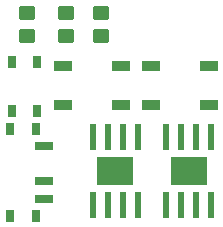
<source format=gbr>
%TF.GenerationSoftware,KiCad,Pcbnew,8.0.1*%
%TF.CreationDate,2024-05-27T16:44:31-06:00*%
%TF.ProjectId,KETSINI,4b455453-494e-4492-9e6b-696361645f70,rev?*%
%TF.SameCoordinates,Original*%
%TF.FileFunction,Paste,Top*%
%TF.FilePolarity,Positive*%
%FSLAX46Y46*%
G04 Gerber Fmt 4.6, Leading zero omitted, Abs format (unit mm)*
G04 Created by KiCad (PCBNEW 8.0.1) date 2024-05-27 16:44:31*
%MOMM*%
%LPD*%
G01*
G04 APERTURE LIST*
G04 Aperture macros list*
%AMRoundRect*
0 Rectangle with rounded corners*
0 $1 Rounding radius*
0 $2 $3 $4 $5 $6 $7 $8 $9 X,Y pos of 4 corners*
0 Add a 4 corners polygon primitive as box body*
4,1,4,$2,$3,$4,$5,$6,$7,$8,$9,$2,$3,0*
0 Add four circle primitives for the rounded corners*
1,1,$1+$1,$2,$3*
1,1,$1+$1,$4,$5*
1,1,$1+$1,$6,$7*
1,1,$1+$1,$8,$9*
0 Add four rect primitives between the rounded corners*
20,1,$1+$1,$2,$3,$4,$5,0*
20,1,$1+$1,$4,$5,$6,$7,0*
20,1,$1+$1,$6,$7,$8,$9,0*
20,1,$1+$1,$8,$9,$2,$3,0*%
G04 Aperture macros list end*
%ADD10R,3.100000X2.400000*%
%ADD11R,0.500000X2.200000*%
%ADD12R,0.650000X1.050000*%
%ADD13R,1.500000X0.900000*%
%ADD14RoundRect,0.250000X0.450000X-0.350000X0.450000X0.350000X-0.450000X0.350000X-0.450000X-0.350000X0*%
%ADD15R,0.800000X1.000000*%
%ADD16R,1.500000X0.700000*%
G04 APERTURE END LIST*
D10*
%TO.C,U1*%
X172300000Y-110650000D03*
D11*
X174205000Y-107775000D03*
X172935000Y-107775000D03*
X171665000Y-107775000D03*
X170395000Y-107775000D03*
X170395000Y-113525000D03*
X171665000Y-113525000D03*
X172935000Y-113525000D03*
X174205000Y-113525000D03*
%TD*%
D12*
%TO.C,S3*%
X159500000Y-101350000D03*
X159500000Y-105500000D03*
X157350000Y-101350000D03*
X157350000Y-105500000D03*
%TD*%
D13*
%TO.C,RGB2*%
X169150000Y-101750000D03*
X169150000Y-105050000D03*
X174050000Y-105050000D03*
X174050000Y-101750000D03*
%TD*%
D10*
%TO.C,U2*%
X166090000Y-110650000D03*
D11*
X167995000Y-107775000D03*
X166725000Y-107775000D03*
X165455000Y-107775000D03*
X164185000Y-107775000D03*
X164185000Y-113525000D03*
X165455000Y-113525000D03*
X166725000Y-113525000D03*
X167995000Y-113525000D03*
%TD*%
D14*
%TO.C,R2*%
X164900000Y-99200000D03*
X164900000Y-97200000D03*
%TD*%
%TO.C,R1*%
X161950000Y-99200000D03*
X161950000Y-97200000D03*
%TD*%
D15*
%TO.C,SW1*%
X159400000Y-107100000D03*
X157190000Y-107100000D03*
X159400000Y-114400000D03*
X157190000Y-114400000D03*
D16*
X160050000Y-108500000D03*
X160050000Y-111500000D03*
X160050000Y-113000000D03*
%TD*%
D14*
%TO.C,R3*%
X158650000Y-99200000D03*
X158650000Y-97200000D03*
%TD*%
D13*
%TO.C,RGB1*%
X161650000Y-101750000D03*
X161650000Y-105050000D03*
X166550000Y-105050000D03*
X166550000Y-101750000D03*
%TD*%
M02*

</source>
